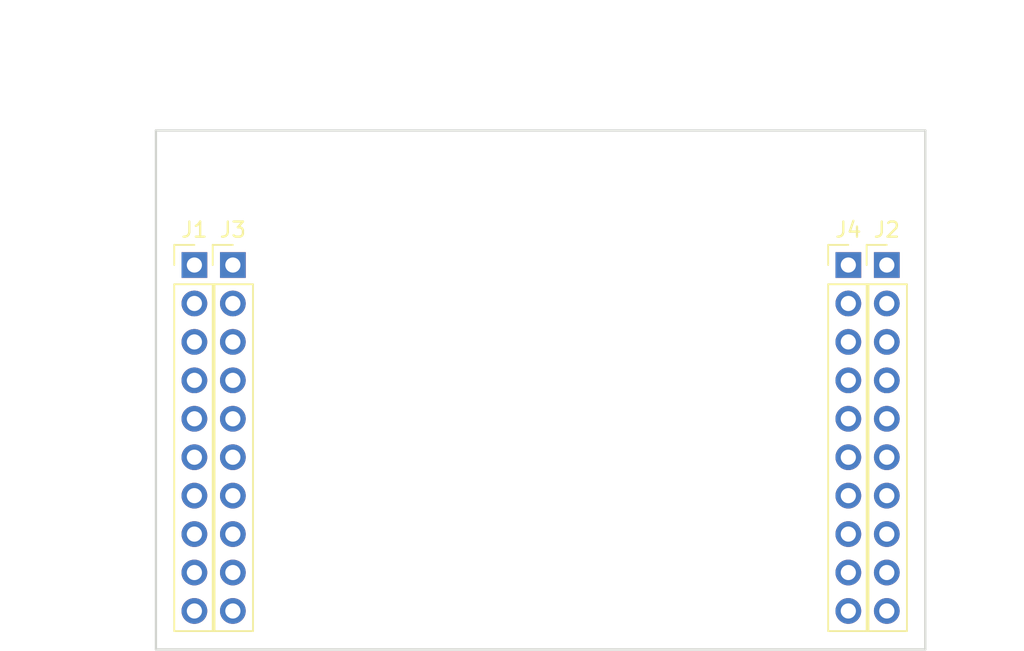
<source format=kicad_pcb>
(kicad_pcb (version 20221018) (generator pcbnew)
  (layers (0 "F.Cu" signal) (31 "B.Cu" signal) (34 "B.Paste" user) (35 "F.Paste" user) (36 "B.SilkS" user "B.Silkscreen") (37 "F.SilkS" user "F.Silkscreen") (38 "B.Mask" user) (39 "F.Mask" user) (44 "Edge.Cuts" user))
  (net 0 "")
  (net 1 "GND")
  (net 2 "VCC")
  (net 3 "Net-(J1-Pad2)")
  (net 4 "Net-(J1-Pad3)")
  (net 5 "Net-(J1-Pad4)")
  (net 6 "Net-(J1-Pad5)")
  (net 7 "Net-(J1-Pad6)")
  (net 8 "Net-(J1-Pad7)")
  (net 9 "Net-(J1-Pad8)")
  (net 10 "Net-(J1-Pad9)")
  (net 11 "Net-(J1-Pad10)")
  (net 12 "Net-(J2-Pad10)")
  (net 13 "Net-(J2-Pad9)")
  (net 14 "Net-(J2-Pad8)")
  (net 15 "Net-(J2-Pad7)")
  (net 16 "Net-(J2-Pad6)")
  (net 17 "Net-(J2-Pad5)")
  (net 18 "Net-(J2-Pad4)")
  (net 19 "Net-(J2-Pad3)")
  (net 20 "Net-(J2-Pad2)")
  (net 21 "+5V")
  (net 22 "Net-(J3-Pad3)")
  (net 23 "Net-(J3-Pad4)")
  (net 24 "Net-(J3-Pad5)")
  (net 25 "Net-(J3-Pad6)")
  (net 26 "Net-(J3-Pad7)")
  (net 27 "Net-(J3-Pad8)")
  (net 28 "Net-(J3-Pad9)")
  (net 29 "Net-(J3-Pad10)")
  (net 30 "Net-(J4-Pad10)")
  (net 31 "Net-(J4-Pad9)")
  (net 32 "Net-(J4-Pad8)")
  (net 33 "Net-(J4-Pad7)")
  (net 34 "Net-(J4-Pad6)")
  (net 35 "Net-(J4-Pad5)")
  (net 36 "Net-(J4-Pad4)")
  (net 37 "Net-(J4-Pad3)")
  (net 38 "Net-(J4-Pad2)")
  (net 39 "Net-(J4-Pad1)")
  (footprint "Connector_PinHeader_2.54mm:PinHeader_1x10_P2.54mm_Vertical" (layer "F.Cu") (at 231.14 121.92)
    (fp_text reference "J2" (at 0 -2.33) (layer "F.SilkS"))
    (fp_text value "TI_BOOSTER_40_J2")
    (fp_line (start -1.33 -1.33) (end 0 -1.33) (stroke (width 0.12)) (layer "F.SilkS"))
    (fp_line (start -1.33 0) (end -1.33 -1.33) (stroke (width 0.12)) (layer "F.SilkS"))
    (fp_line (start -1.33 1.27) (end -1.33 24.19) (stroke (width 0.12)) (layer "F.SilkS"))
    (fp_line (start -1.33 1.27) (end 1.33 1.27) (stroke (width 0.12)) (layer "F.SilkS"))
    (fp_line (start -1.33 24.19) (end 1.33 24.19) (stroke (width 0.12)) (layer "F.SilkS"))
    (fp_line (start 1.33 1.27) (end 1.33 24.19) (stroke (width 0.12)) (layer "F.SilkS"))
    (pad "1" thru_hole rect (at 0 0) (size 1.7 1.7) (drill 1) (layers "*.Cu" "*.Mask") (net 1 "GND"))
    (pad "2" thru_hole oval (at 0 2.54) (size 1.7 1.7) (drill 1) (layers "*.Cu" "*.Mask") (net 20 "Net-(J2-Pad2)"))
    (pad "3" thru_hole oval (at 0 5.08) (size 1.7 1.7) (drill 1) (layers "*.Cu" "*.Mask") (net 19 "Net-(J2-Pad3)"))
    (pad "4" thru_hole oval (at 0 7.62) (size 1.7 1.7) (drill 1) (layers "*.Cu" "*.Mask") (net 18 "Net-(J2-Pad4)"))
    (pad "5" thru_hole oval (at 0 10.16) (size 1.7 1.7) (drill 1) (layers "*.Cu" "*.Mask") (net 17 "Net-(J2-Pad5)"))
    (pad "6" thru_hole oval (at 0 12.7) (size 1.7 1.7) (drill 1) (layers "*.Cu" "*.Mask") (net 16 "Net-(J2-Pad6)"))
    (pad "7" thru_hole oval (at 0 15.24) (size 1.7 1.7) (drill 1) (layers "*.Cu" "*.Mask") (net 15 "Net-(J2-Pad7)"))
    (pad "8" thru_hole oval (at 0 17.78) (size 1.7 1.7) (drill 1) (layers "*.Cu" "*.Mask") (net 14 "Net-(J2-Pad8)"))
    (pad "9" thru_hole oval (at 0 20.32) (size 1.7 1.7) (drill 1) (layers "*.Cu" "*.Mask") (net 13 "Net-(J2-Pad9)"))
    (pad "10" thru_hole oval (at 0 22.86) (size 1.7 1.7) (drill 1) (layers "*.Cu" "*.Mask") (net 12 "Net-(J2-Pad10)"))
  )
  (footprint "Connector_PinHeader_2.54mm:PinHeader_1x10_P2.54mm_Vertical" (layer "F.Cu") (at 228.6 121.92)
    (fp_text reference "J4" (at 0 -2.33) (layer "F.SilkS"))
    (fp_text value "TI_BOOSTER_40_J4")
    (fp_line (start -1.33 -1.33) (end 0 -1.33) (stroke (width 0.12)) (layer "F.SilkS"))
    (fp_line (start -1.33 0) (end -1.33 -1.33) (stroke (width 0.12)) (layer "F.SilkS"))
    (fp_line (start -1.33 1.27) (end -1.33 24.19) (stroke (width 0.12)) (layer "F.SilkS"))
    (fp_line (start -1.33 1.27) (end 1.33 1.27) (stroke (width 0.12)) (layer "F.SilkS"))
    (fp_line (start -1.33 24.19) (end 1.33 24.19) (stroke (width 0.12)) (layer "F.SilkS"))
    (fp_line (start 1.33 1.27) (end 1.33 24.19) (stroke (width 0.12)) (layer "F.SilkS"))
    (pad "1" thru_hole rect (at 0 0) (size 1.7 1.7) (drill 1) (layers "*.Cu" "*.Mask") (net 39 "Net-(J4-Pad1)"))
    (pad "2" thru_hole oval (at 0 2.54) (size 1.7 1.7) (drill 1) (layers "*.Cu" "*.Mask") (net 38 "Net-(J4-Pad2)"))
    (pad "3" thru_hole oval (at 0 5.08) (size 1.7 1.7) (drill 1) (layers "*.Cu" "*.Mask") (net 37 "Net-(J4-Pad3)"))
    (pad "4" thru_hole oval (at 0 7.62) (size 1.7 1.7) (drill 1) (layers "*.Cu" "*.Mask") (net 36 "Net-(J4-Pad4)"))
    (pad "5" thru_hole oval (at 0 10.16) (size 1.7 1.7) (drill 1) (layers "*.Cu" "*.Mask") (net 35 "Net-(J4-Pad5)"))
    (pad "6" thru_hole oval (at 0 12.7) (size 1.7 1.7) (drill 1) (layers "*.Cu" "*.Mask") (net 34 "Net-(J4-Pad6)"))
    (pad "7" thru_hole oval (at 0 15.24) (size 1.7 1.7) (drill 1) (layers "*.Cu" "*.Mask") (net 33 "Net-(J4-Pad7)"))
    (pad "8" thru_hole oval (at 0 17.78) (size 1.7 1.7) (drill 1) (layers "*.Cu" "*.Mask") (net 32 "Net-(J4-Pad8)"))
    (pad "9" thru_hole oval (at 0 20.32) (size 1.7 1.7) (drill 1) (layers "*.Cu" "*.Mask") (net 31 "Net-(J4-Pad9)"))
    (pad "10" thru_hole oval (at 0 22.86) (size 1.7 1.7) (drill 1) (layers "*.Cu" "*.Mask") (net 30 "Net-(J4-Pad10)"))
  )
  (footprint "Connector_PinHeader_2.54mm:PinHeader_1x10_P2.54mm_Vertical" (layer "F.Cu") (at 187.96 121.92)
    (fp_text reference "J3" (at 0 -2.33) (layer "F.SilkS"))
    (fp_text value "TI_BOOSTER_40_J3")
    (fp_line (start -1.33 -1.33) (end 0 -1.33) (stroke (width 0.12)) (layer "F.SilkS"))
    (fp_line (start -1.33 0) (end -1.33 -1.33) (stroke (width 0.12)) (layer "F.SilkS"))
    (fp_line (start -1.33 1.27) (end -1.33 24.19) (stroke (width 0.12)) (layer "F.SilkS"))
    (fp_line (start -1.33 1.27) (end 1.33 1.27) (stroke (width 0.12)) (layer "F.SilkS"))
    (fp_line (start -1.33 24.19) (end 1.33 24.19) (stroke (width 0.12)) (layer "F.SilkS"))
    (fp_line (start 1.33 1.27) (end 1.33 24.19) (stroke (width 0.12)) (layer "F.SilkS"))
    (pad "1" thru_hole rect (at 0 0) (size 1.7 1.7) (drill 1) (layers "*.Cu" "*.Mask") (net 21 "+5V"))
    (pad "2" thru_hole oval (at 0 2.54) (size 1.7 1.7) (drill 1) (layers "*.Cu" "*.Mask") (net 1 "GND"))
    (pad "3" thru_hole oval (at 0 5.08) (size 1.7 1.7) (drill 1) (layers "*.Cu" "*.Mask") (net 22 "Net-(J3-Pad3)"))
    (pad "4" thru_hole oval (at 0 7.62) (size 1.7 1.7) (drill 1) (layers "*.Cu" "*.Mask") (net 23 "Net-(J3-Pad4)"))
    (pad "5" thru_hole oval (at 0 10.16) (size 1.7 1.7) (drill 1) (layers "*.Cu" "*.Mask") (net 24 "Net-(J3-Pad5)"))
    (pad "6" thru_hole oval (at 0 12.7) (size 1.7 1.7) (drill 1) (layers "*.Cu" "*.Mask") (net 25 "Net-(J3-Pad6)"))
    (pad "7" thru_hole oval (at 0 15.24) (size 1.7 1.7) (drill 1) (layers "*.Cu" "*.Mask") (net 26 "Net-(J3-Pad7)"))
    (pad "8" thru_hole oval (at 0 17.78) (size 1.7 1.7) (drill 1) (layers "*.Cu" "*.Mask") (net 27 "Net-(J3-Pad8)"))
    (pad "9" thru_hole oval (at 0 20.32) (size 1.7 1.7) (drill 1) (layers "*.Cu" "*.Mask") (net 28 "Net-(J3-Pad9)"))
    (pad "10" thru_hole oval (at 0 22.86) (size 1.7 1.7) (drill 1) (layers "*.Cu" "*.Mask") (net 29 "Net-(J3-Pad10)"))
  )
  (footprint "Connector_PinHeader_2.54mm:PinHeader_1x10_P2.54mm_Vertical" (layer "F.Cu") (at 185.42 121.92)
    (fp_text reference "J1" (at 0 -2.33) (layer "F.SilkS"))
    (fp_text value "TI_BOOSTER_40_J1")
    (fp_line (start -1.33 -1.33) (end 0 -1.33) (stroke (width 0.12)) (layer "F.SilkS"))
    (fp_line (start -1.33 0) (end -1.33 -1.33) (stroke (width 0.12)) (layer "F.SilkS"))
    (fp_line (start -1.33 1.27) (end -1.33 24.19) (stroke (width 0.12)) (layer "F.SilkS"))
    (fp_line (start -1.33 1.27) (end 1.33 1.27) (stroke (width 0.12)) (layer "F.SilkS"))
    (fp_line (start -1.33 24.19) (end 1.33 24.19) (stroke (width 0.12)) (layer "F.SilkS"))
    (fp_line (start 1.33 1.27) (end 1.33 24.19) (stroke (width 0.12)) (layer "F.SilkS"))
    (pad "1" thru_hole rect (at 0 0) (size 1.7 1.7) (drill 1) (layers "*.Cu" "*.Mask") (net 2 "VCC"))
    (pad "2" thru_hole oval (at 0 2.54) (size 1.7 1.7) (drill 1) (layers "*.Cu" "*.Mask") (net 3 "Net-(J1-Pad2)"))
    (pad "3" thru_hole oval (at 0 5.08) (size 1.7 1.7) (drill 1) (layers "*.Cu" "*.Mask") (net 4 "Net-(J1-Pad3)"))
    (pad "4" thru_hole oval (at 0 7.62) (size 1.7 1.7) (drill 1) (layers "*.Cu" "*.Mask") (net 5 "Net-(J1-Pad4)"))
    (pad "5" thru_hole oval (at 0 10.16) (size 1.7 1.7) (drill 1) (layers "*.Cu" "*.Mask") (net 6 "Net-(J1-Pad5)"))
    (pad "6" thru_hole oval (at 0 12.7) (size 1.7 1.7) (drill 1) (layers "*.Cu" "*.Mask") (net 7 "Net-(J1-Pad6)"))
    (pad "7" thru_hole oval (at 0 15.24) (size 1.7 1.7) (drill 1) (layers "*.Cu" "*.Mask") (net 8 "Net-(J1-Pad7)"))
    (pad "8" thru_hole oval (at 0 17.78) (size 1.7 1.7) (drill 1) (layers "*.Cu" "*.Mask") (net 9 "Net-(J1-Pad8)"))
    (pad "9" thru_hole oval (at 0 20.32) (size 1.7 1.7) (drill 1) (layers "*.Cu" "*.Mask") (net 10 "Net-(J1-Pad9)"))
    (pad "10" thru_hole oval (at 0 22.86) (size 1.7 1.7) (drill 1) (layers "*.Cu" "*.Mask") (net 11 "Net-(J1-Pad10)"))
  )
  (gr_line (start 182.88 113.03) (end 233.68 113.03) (stroke (width 0.15)) (layer "Edge.Cuts"))
  (gr_line (start 233.68 147.32) (end 182.88 147.32) (stroke (width 0.15)) (layer "Edge.Cuts"))
  (gr_line (start 233.68 113.03) (end 233.68 147.32) (stroke (width 0.14986)) (layer "Edge.Cuts"))
  (gr_line (start 182.88 147.32) (end 182.88 113.03) (stroke (width 0.14986)) (layer "Edge.Cuts"))
)
</source>
